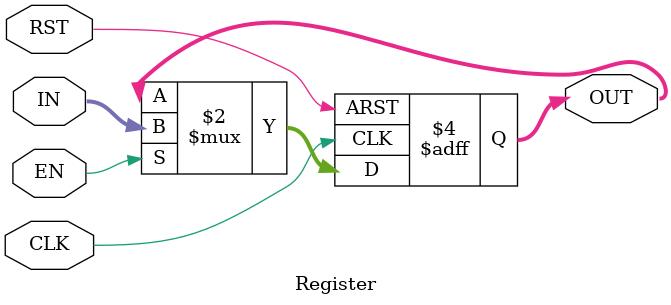
<source format=sv>
`timescale 1ns/1ps

module Register (
    input logic     CLK,
    input logic     RST, 
    input logic     EN,
    input logic     [7:0] IN,
    output logic    [7:0] OUT
);

always_ff @( posedge CLK or posedge RST ) begin : Register
    if (RST) begin
        OUT <= '0;
    end else if (EN) begin
        OUT <= IN;
    end
end
    
endmodule
</source>
